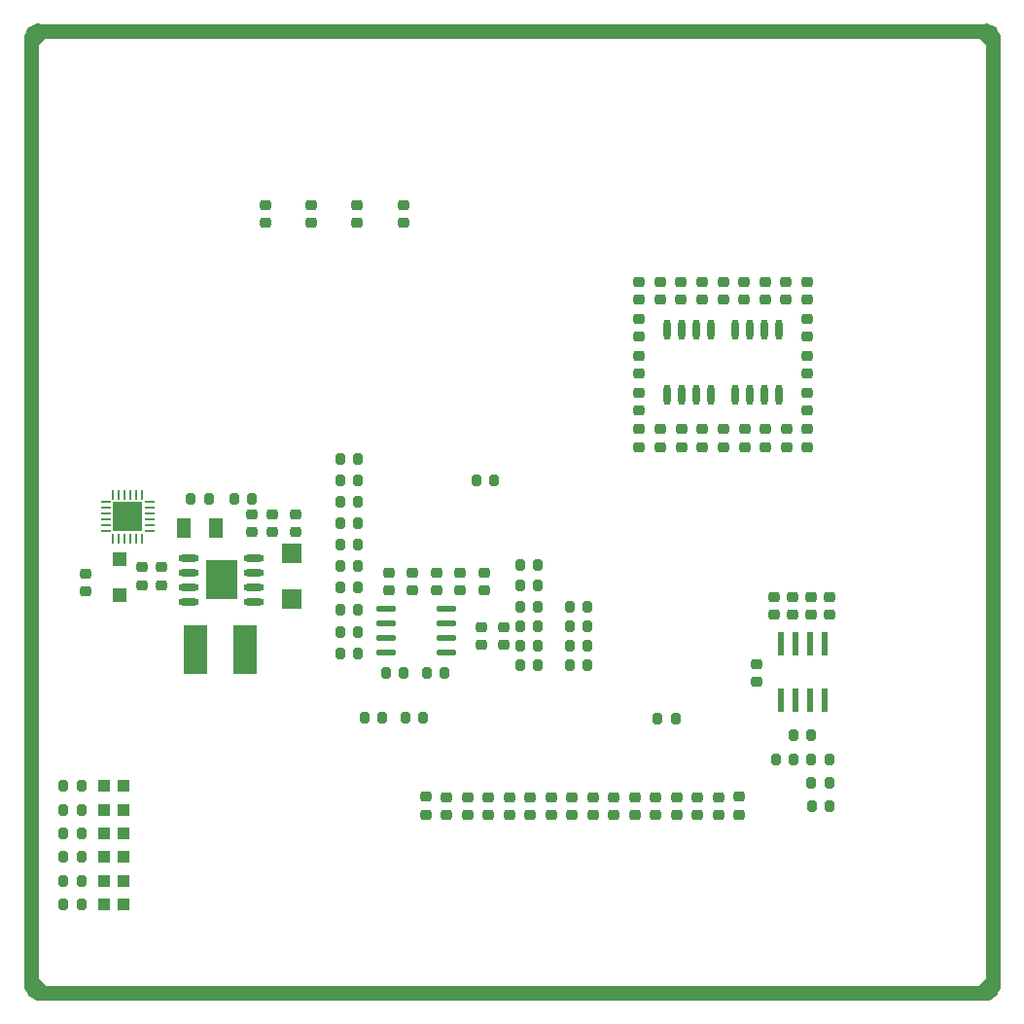
<source format=gbr>
G04*
G04 #@! TF.GenerationSoftware,Altium Limited,Altium Designer,24.1.2 (44)*
G04*
G04 Layer_Color=128*
%FSLAX44Y44*%
%MOMM*%
G71*
G04*
G04 #@! TF.SameCoordinates,178800DE-C825-426D-9C7D-1BE6540C9A12*
G04*
G04*
G04 #@! TF.FilePolarity,Positive*
G04*
G01*
G75*
%ADD23C,1.2300*%
G04:AMPARAMS|DCode=24|XSize=0.95mm|YSize=0.85mm|CornerRadius=0.2125mm|HoleSize=0mm|Usage=FLASHONLY|Rotation=270.000|XOffset=0mm|YOffset=0mm|HoleType=Round|Shape=RoundedRectangle|*
%AMROUNDEDRECTD24*
21,1,0.9500,0.4250,0,0,270.0*
21,1,0.5250,0.8500,0,0,270.0*
1,1,0.4250,-0.2125,-0.2625*
1,1,0.4250,-0.2125,0.2625*
1,1,0.4250,0.2125,0.2625*
1,1,0.4250,0.2125,-0.2625*
%
%ADD24ROUNDEDRECTD24*%
G04:AMPARAMS|DCode=35|XSize=0.95mm|YSize=0.85mm|CornerRadius=0.2125mm|HoleSize=0mm|Usage=FLASHONLY|Rotation=180.000|XOffset=0mm|YOffset=0mm|HoleType=Round|Shape=RoundedRectangle|*
%AMROUNDEDRECTD35*
21,1,0.9500,0.4250,0,0,180.0*
21,1,0.5250,0.8500,0,0,180.0*
1,1,0.4250,-0.2625,0.2125*
1,1,0.4250,0.2625,0.2125*
1,1,0.4250,0.2625,-0.2125*
1,1,0.4250,-0.2625,-0.2125*
%
%ADD35ROUNDEDRECTD35*%
%ADD40R,1.8000X1.8000*%
%ADD66O,0.6000X1.8000*%
G04:AMPARAMS|DCode=150|XSize=1.64mm|YSize=0.59mm|CornerRadius=0.1475mm|HoleSize=0mm|Usage=FLASHONLY|Rotation=0.000|XOffset=0mm|YOffset=0mm|HoleType=Round|Shape=RoundedRectangle|*
%AMROUNDEDRECTD150*
21,1,1.6400,0.2950,0,0,0.0*
21,1,1.3450,0.5900,0,0,0.0*
1,1,0.2950,0.6725,-0.1475*
1,1,0.2950,-0.6725,-0.1475*
1,1,0.2950,-0.6725,0.1475*
1,1,0.2950,0.6725,0.1475*
%
%ADD150ROUNDEDRECTD150*%
G04:AMPARAMS|DCode=151|XSize=1.97mm|YSize=0.59mm|CornerRadius=0.0738mm|HoleSize=0mm|Usage=FLASHONLY|Rotation=270.000|XOffset=0mm|YOffset=0mm|HoleType=Round|Shape=RoundedRectangle|*
%AMROUNDEDRECTD151*
21,1,1.9700,0.4425,0,0,270.0*
21,1,1.8225,0.5900,0,0,270.0*
1,1,0.1475,-0.2213,-0.9113*
1,1,0.1475,-0.2213,0.9113*
1,1,0.1475,0.2213,0.9113*
1,1,0.1475,0.2213,-0.9113*
%
%ADD151ROUNDEDRECTD151*%
%ADD152R,2.7178X3.4036*%
%ADD153O,1.8000X0.6000*%
%ADD154R,2.6500X2.6500*%
%ADD155R,0.8048X0.2746*%
%ADD156R,0.2746X0.8048*%
%ADD157R,2.0000X4.2000*%
G04:AMPARAMS|DCode=158|XSize=1.75mm|YSize=1.25mm|CornerRadius=0.2438mm|HoleSize=0mm|Usage=FLASHONLY|Rotation=270.000|XOffset=0mm|YOffset=0mm|HoleType=Round|Shape=RoundedRectangle|*
%AMROUNDEDRECTD158*
21,1,1.7500,0.7625,0,0,270.0*
21,1,1.2625,1.2500,0,0,270.0*
1,1,0.4875,-0.3813,-0.6313*
1,1,0.4875,-0.3813,0.6313*
1,1,0.4875,0.3813,0.6313*
1,1,0.4875,0.3813,-0.6313*
%
%ADD158ROUNDEDRECTD158*%
%ADD159R,1.1000X1.0000*%
%ADD160R,1.3000X1.1500*%
G36*
X837997Y837997D02*
X837984Y830638D01*
X837837D01*
X830440Y838035D01*
X837959D01*
X837997Y837997D01*
D02*
G37*
G36*
X19362Y837984D02*
Y837837D01*
X11965Y830440D01*
Y837959D01*
X12003Y837997D01*
X19362Y837984D01*
D02*
G37*
G36*
X102180Y421702D02*
X90930D01*
Y432952D01*
X102180D01*
Y421702D01*
D02*
G37*
G36*
X88930D02*
X77680D01*
Y432952D01*
X88930D01*
Y421702D01*
D02*
G37*
G36*
X102180Y408452D02*
X90930D01*
Y419702D01*
X102180D01*
Y408452D01*
D02*
G37*
G36*
X88930D02*
X77680D01*
Y419702D01*
X88930D01*
Y408452D01*
D02*
G37*
G36*
X838035Y12041D02*
X837997Y12003D01*
X830638Y12016D01*
Y12163D01*
X838035Y19560D01*
Y12041D01*
D02*
G37*
G36*
X19560Y11965D02*
X12041D01*
X12003Y12003D01*
X12016Y19362D01*
X12163D01*
X19560Y11965D01*
D02*
G37*
D23*
X12006Y843650D02*
G03*
X6356Y838012I0J-5650D01*
G01*
X6356Y12000D02*
G03*
X11994Y6350I5650J0D01*
G01*
X838006Y6350D02*
G03*
X843656Y11988I0J5650D01*
G01*
X843656Y838000D02*
G03*
X838024Y843650I-5650J0D01*
G01*
X6356Y155503D02*
Y415503D01*
X843656Y706779D02*
Y837975D01*
X843656Y696779D02*
X843656Y706779D01*
X843656Y426780D02*
Y696779D01*
X843656Y416780D02*
X843656Y426780D01*
X843656Y156780D02*
Y416780D01*
X843656Y146780D02*
X843656Y156780D01*
X843656Y12000D02*
Y146780D01*
X700857Y6350D02*
X837981D01*
X690857Y6350D02*
X700857Y6350D01*
X430857Y6350D02*
X690857D01*
X706321Y843650D02*
X838006D01*
X696321Y843650D02*
X706321Y843650D01*
X426322Y843650D02*
X696321D01*
X416322Y843650D02*
X426322Y843650D01*
X156323Y843650D02*
X416322D01*
X146323Y843650D02*
X156323Y843650D01*
X12024Y843650D02*
X146323D01*
X420857Y6350D02*
X430857Y6350D01*
X265000Y6350D02*
X420857D01*
X12006Y6350D02*
X140858D01*
X150858Y6350D01*
X265000D01*
X6356Y705502D02*
Y838000D01*
X6356Y695502D02*
X6356Y705502D01*
X6356Y425503D02*
Y695502D01*
X6356Y415503D02*
X6356Y425503D01*
X6356Y145503D02*
X6356Y155503D01*
X6356Y12025D02*
Y145503D01*
D24*
X290780Y339550D02*
D03*
X275280D02*
D03*
X290780Y320399D02*
D03*
X275280D02*
D03*
X290780Y358702D02*
D03*
X275280D02*
D03*
X275280Y301248D02*
D03*
X290780D02*
D03*
X685670Y168410D02*
D03*
X701170D02*
D03*
X685403Y189004D02*
D03*
X700902D02*
D03*
X669902Y230193D02*
D03*
X685403D02*
D03*
X700902Y209599D02*
D03*
X685403D02*
D03*
X669902D02*
D03*
X654402D02*
D03*
X34160Y82804D02*
D03*
X49660D02*
D03*
X34160Y103497D02*
D03*
X49660D02*
D03*
X34160Y124189D02*
D03*
X49660D02*
D03*
X34160Y144881D02*
D03*
X49660D02*
D03*
X290780Y433682D02*
D03*
X275280D02*
D03*
X290780Y377447D02*
D03*
X275280D02*
D03*
X290780Y414937D02*
D03*
X275280D02*
D03*
X290780Y396059D02*
D03*
X275280D02*
D03*
X275280Y452427D02*
D03*
X290780D02*
D03*
X275280Y471172D02*
D03*
X290780D02*
D03*
X296556Y245638D02*
D03*
X312056D02*
D03*
X198484Y436212D02*
D03*
X182984D02*
D03*
X34160Y186265D02*
D03*
X49660D02*
D03*
X34160Y165573D02*
D03*
X49660D02*
D03*
X409250Y452500D02*
D03*
X393750D02*
D03*
X332116Y245638D02*
D03*
X347616D02*
D03*
X431956Y308177D02*
D03*
X447456D02*
D03*
X431956Y342366D02*
D03*
X447456D02*
D03*
X431956Y325271D02*
D03*
X447456D02*
D03*
X431956Y291083D02*
D03*
X447456D02*
D03*
X475219Y342366D02*
D03*
X490719D02*
D03*
X475219Y308177D02*
D03*
X490719D02*
D03*
X475219Y325271D02*
D03*
X490719D02*
D03*
X475219Y291083D02*
D03*
X490719D02*
D03*
X160755Y436071D02*
D03*
X145255D02*
D03*
X431958Y378231D02*
D03*
X447458D02*
D03*
Y360781D02*
D03*
X431958D02*
D03*
X366204Y284416D02*
D03*
X350704D02*
D03*
X330644D02*
D03*
X315144D02*
D03*
X551517Y245146D02*
D03*
X567017D02*
D03*
D35*
X400674Y371902D02*
D03*
Y356402D02*
D03*
X359026Y371902D02*
D03*
Y356402D02*
D03*
X338202Y371902D02*
D03*
Y356402D02*
D03*
X317378Y371902D02*
D03*
Y356402D02*
D03*
X379850Y371902D02*
D03*
Y356402D02*
D03*
X668978Y350650D02*
D03*
Y335150D02*
D03*
X684922Y335150D02*
D03*
Y350650D02*
D03*
X700866Y335150D02*
D03*
Y350650D02*
D03*
X653034Y335150D02*
D03*
Y350650D02*
D03*
X637573Y276877D02*
D03*
Y292377D02*
D03*
X349504Y161160D02*
D03*
Y176660D02*
D03*
X367707Y161014D02*
D03*
Y176514D02*
D03*
X385911Y176514D02*
D03*
Y161014D02*
D03*
X404114Y161014D02*
D03*
Y176514D02*
D03*
X422317Y161014D02*
D03*
Y176514D02*
D03*
X440521Y176514D02*
D03*
Y161014D02*
D03*
X458724Y176514D02*
D03*
Y161014D02*
D03*
X476927Y161014D02*
D03*
Y176514D02*
D03*
X495131Y161014D02*
D03*
Y176514D02*
D03*
X513334Y161014D02*
D03*
Y176514D02*
D03*
X531537Y176514D02*
D03*
Y161014D02*
D03*
X549740Y161014D02*
D03*
Y176514D02*
D03*
X567944Y161014D02*
D03*
Y176514D02*
D03*
X586147Y176514D02*
D03*
Y161014D02*
D03*
X604350Y161014D02*
D03*
Y176514D02*
D03*
X622554Y161160D02*
D03*
Y176660D02*
D03*
X53866Y355470D02*
D03*
Y370970D02*
D03*
X663445Y625166D02*
D03*
Y609666D02*
D03*
X608577Y609666D02*
D03*
Y625166D02*
D03*
X681984Y481200D02*
D03*
Y496700D02*
D03*
X645343Y496700D02*
D03*
Y481200D02*
D03*
X626866Y609666D02*
D03*
Y625166D02*
D03*
X663664Y496700D02*
D03*
Y481200D02*
D03*
X535419Y625166D02*
D03*
Y609666D02*
D03*
X553740Y481200D02*
D03*
Y496700D02*
D03*
X571998Y609666D02*
D03*
Y625166D02*
D03*
X590381Y496700D02*
D03*
Y481200D02*
D03*
X590287Y609666D02*
D03*
Y625166D02*
D03*
X572060Y496700D02*
D03*
Y481200D02*
D03*
X198611Y422861D02*
D03*
Y407361D02*
D03*
X210000Y676410D02*
D03*
Y691910D02*
D03*
X250000Y676410D02*
D03*
Y691910D02*
D03*
X681860Y577550D02*
D03*
Y593050D02*
D03*
X681860Y560933D02*
D03*
Y545433D02*
D03*
X681859Y609666D02*
D03*
Y625166D02*
D03*
X681860Y528816D02*
D03*
Y513316D02*
D03*
X645281Y609666D02*
D03*
Y625166D02*
D03*
X627147Y496700D02*
D03*
Y481200D02*
D03*
X535544Y545433D02*
D03*
Y560933D02*
D03*
X535544Y528816D02*
D03*
Y513316D02*
D03*
X535544Y577550D02*
D03*
Y593050D02*
D03*
X535544Y496700D02*
D03*
Y481200D02*
D03*
X553833Y609666D02*
D03*
Y625166D02*
D03*
X608827Y496700D02*
D03*
Y481200D02*
D03*
X236504Y407250D02*
D03*
Y422750D02*
D03*
X102966Y376507D02*
D03*
Y361007D02*
D03*
X119444Y376606D02*
D03*
Y361106D02*
D03*
X417190Y309101D02*
D03*
Y324601D02*
D03*
X398263Y309101D02*
D03*
Y324601D02*
D03*
X216370Y407361D02*
D03*
Y422861D02*
D03*
X330454Y676410D02*
D03*
Y691910D02*
D03*
X290000Y676410D02*
D03*
Y691910D02*
D03*
D40*
X232733Y388601D02*
D03*
Y348601D02*
D03*
D66*
X619234Y583531D02*
D03*
X631934D02*
D03*
X644633D02*
D03*
X657334D02*
D03*
X619234Y527031D02*
D03*
X631934D02*
D03*
X644633D02*
D03*
X657334D02*
D03*
X597644Y527031D02*
D03*
X584944D02*
D03*
X572243D02*
D03*
X559543D02*
D03*
X597644Y583531D02*
D03*
X584944D02*
D03*
X572243D02*
D03*
X559543D02*
D03*
D150*
X367980Y302260D02*
D03*
Y314960D02*
D03*
Y327660D02*
D03*
Y340360D02*
D03*
X315280D02*
D03*
Y327660D02*
D03*
Y314960D02*
D03*
Y302260D02*
D03*
D151*
X658425Y310198D02*
D03*
X671125D02*
D03*
X683825D02*
D03*
X696525D02*
D03*
Y260698D02*
D03*
X683825D02*
D03*
X671125D02*
D03*
X658425D02*
D03*
D152*
X171657Y365732D02*
D03*
D153*
X199910Y384476D02*
D03*
Y371776D02*
D03*
Y359076D02*
D03*
Y346376D02*
D03*
X143410Y384476D02*
D03*
Y371776D02*
D03*
Y359076D02*
D03*
Y346376D02*
D03*
D154*
X89930Y420702D02*
D03*
D155*
X70906Y433202D02*
D03*
Y428202D02*
D03*
Y423202D02*
D03*
Y418202D02*
D03*
Y413202D02*
D03*
Y408202D02*
D03*
X108954D02*
D03*
Y413202D02*
D03*
Y418202D02*
D03*
Y423202D02*
D03*
Y428202D02*
D03*
Y433202D02*
D03*
D156*
X77430Y401678D02*
D03*
X82430D02*
D03*
X87430D02*
D03*
X92430D02*
D03*
X97430D02*
D03*
X102430D02*
D03*
Y439726D02*
D03*
X97430D02*
D03*
X92430D02*
D03*
X87430D02*
D03*
X82430D02*
D03*
X77430D02*
D03*
D157*
X192400Y304720D02*
D03*
X149000D02*
D03*
D158*
X166905Y410746D02*
D03*
X138905D02*
D03*
D159*
X69232Y82804D02*
D03*
X86232D02*
D03*
X69232Y103497D02*
D03*
X86232D02*
D03*
X69232Y124189D02*
D03*
X86232D02*
D03*
X69232Y144881D02*
D03*
X86232D02*
D03*
X69232Y186265D02*
D03*
X86232D02*
D03*
X69232Y165573D02*
D03*
X86232D02*
D03*
D160*
X82816Y383720D02*
D03*
Y352720D02*
D03*
M02*

</source>
